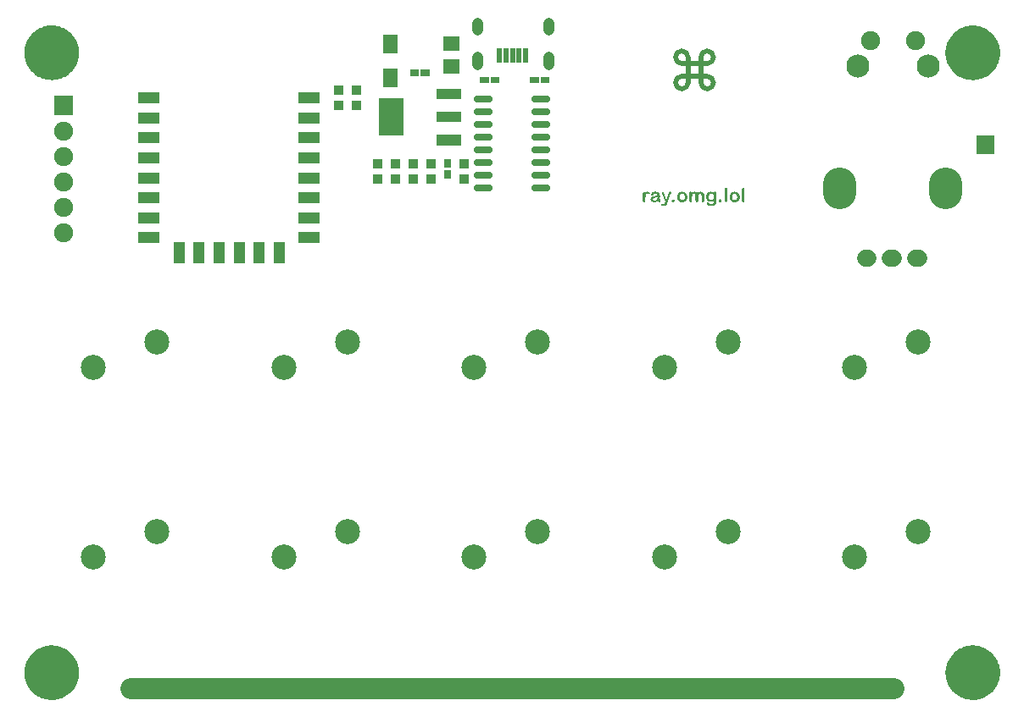
<source format=gts>
G04 Layer: TopSolderMaskLayer*
G04 EasyEDA v6.5.1, 2022-03-30 12:51:21*
G04 1b3168c556004a9db489dd156287313a,d03eed67808b488db07f83a96349b93e,10*
G04 Gerber Generator version 0.2*
G04 Scale: 100 percent, Rotated: No, Reflected: No *
G04 Dimensions in inches *
G04 leading zeros omitted , absolute positions ,3 integer and 6 decimal *
%FSLAX36Y36*%
%MOIN*%

%ADD11C,0.0200*%
%ADD44C,0.0827*%
%ADD45C,0.0434*%
%ADD46C,0.0670*%
%ADD47C,0.1300*%
%ADD48C,0.0260*%
%ADD51C,0.0748*%
%ADD57C,0.0985*%
%ADD63C,0.0906*%
%ADD64C,0.0749*%

%LPD*%
G36*
X2808920Y-689440D02*
G01*
X2807840Y-689539D01*
X2806860Y-689840D01*
X2806000Y-690320D01*
X2805280Y-691000D01*
X2804680Y-691860D01*
X2804260Y-692920D01*
X2804000Y-694160D01*
X2803920Y-695580D01*
X2803920Y-739419D01*
X2804000Y-740819D01*
X2804280Y-742039D01*
X2804700Y-743100D01*
X2805320Y-743980D01*
X2806060Y-744659D01*
X2806900Y-745160D01*
X2807860Y-745460D01*
X2808920Y-745560D01*
X2810000Y-745460D01*
X2810980Y-745180D01*
X2811840Y-744700D01*
X2812600Y-744020D01*
X2813220Y-743160D01*
X2813680Y-742099D01*
X2813940Y-740860D01*
X2814020Y-739419D01*
X2814020Y-695580D01*
X2813940Y-694140D01*
X2813680Y-692900D01*
X2813240Y-691840D01*
X2812620Y-690980D01*
X2811860Y-690300D01*
X2811000Y-689820D01*
X2810020Y-689539D01*
G37*
G36*
X2877040Y-689440D02*
G01*
X2875940Y-689539D01*
X2874980Y-689840D01*
X2874120Y-690320D01*
X2873380Y-691000D01*
X2872799Y-691860D01*
X2872380Y-692920D01*
X2872120Y-694160D01*
X2872040Y-695580D01*
X2872040Y-739419D01*
X2872120Y-740819D01*
X2872380Y-742039D01*
X2872820Y-743100D01*
X2873420Y-743980D01*
X2874160Y-744659D01*
X2875020Y-745160D01*
X2875980Y-745460D01*
X2877040Y-745560D01*
X2878100Y-745460D01*
X2879080Y-745180D01*
X2879940Y-744700D01*
X2880720Y-744020D01*
X2881340Y-743160D01*
X2881780Y-742099D01*
X2882040Y-740860D01*
X2882140Y-739419D01*
X2882140Y-695580D01*
X2882060Y-694140D01*
X2881780Y-692900D01*
X2881340Y-691840D01*
X2880740Y-690980D01*
X2879980Y-690300D01*
X2879100Y-689820D01*
X2878120Y-689539D01*
G37*
G36*
X2531780Y-704400D02*
G01*
X2528920Y-704500D01*
X2526300Y-704800D01*
X2523940Y-705320D01*
X2521820Y-706020D01*
X2519960Y-706900D01*
X2518340Y-707880D01*
X2517000Y-708960D01*
X2515940Y-710180D01*
X2515100Y-711440D01*
X2514520Y-712720D01*
X2514160Y-714040D01*
X2514040Y-715360D01*
X2514120Y-716160D01*
X2514360Y-716900D01*
X2514740Y-717560D01*
X2515280Y-718160D01*
X2515940Y-718620D01*
X2516640Y-718960D01*
X2517400Y-719180D01*
X2518220Y-719240D01*
X2519780Y-719080D01*
X2520320Y-718860D01*
X2520700Y-718560D01*
X2523380Y-714720D01*
X2524180Y-713840D01*
X2525040Y-713100D01*
X2525980Y-712500D01*
X2527080Y-712039D01*
X2528400Y-711700D01*
X2529980Y-711500D01*
X2531780Y-711440D01*
X2533820Y-711540D01*
X2535500Y-711900D01*
X2536780Y-712480D01*
X2537680Y-713300D01*
X2538320Y-714360D01*
X2538800Y-715699D01*
X2539120Y-717300D01*
X2539300Y-719160D01*
X2533380Y-720740D01*
X2522960Y-722980D01*
X2519900Y-723780D01*
X2517980Y-724640D01*
X2516300Y-725740D01*
X2514860Y-727099D01*
X2513700Y-728640D01*
X2512880Y-730320D01*
X2512400Y-732159D01*
X2512299Y-733420D01*
X2522380Y-733420D01*
X2522460Y-732380D01*
X2522740Y-731440D01*
X2523200Y-730639D01*
X2523860Y-729960D01*
X2525380Y-728920D01*
X2526160Y-728560D01*
X2527940Y-728060D01*
X2534820Y-726520D01*
X2538060Y-725660D01*
X2539300Y-725240D01*
X2539200Y-729120D01*
X2538960Y-731200D01*
X2538520Y-732900D01*
X2537920Y-734240D01*
X2537240Y-735220D01*
X2536400Y-736120D01*
X2535380Y-736919D01*
X2534200Y-737620D01*
X2532900Y-738199D01*
X2531560Y-738600D01*
X2530140Y-738860D01*
X2528660Y-738940D01*
X2527320Y-738840D01*
X2526120Y-738540D01*
X2525060Y-738040D01*
X2524120Y-737320D01*
X2523360Y-736480D01*
X2522820Y-735540D01*
X2522480Y-734520D01*
X2522380Y-733420D01*
X2512299Y-733420D01*
X2512240Y-734160D01*
X2512340Y-735680D01*
X2512620Y-737120D01*
X2513120Y-738520D01*
X2513820Y-739860D01*
X2514700Y-741100D01*
X2515760Y-742220D01*
X2516980Y-743199D01*
X2518360Y-744020D01*
X2519880Y-744700D01*
X2521540Y-745180D01*
X2523300Y-745460D01*
X2525180Y-745560D01*
X2527260Y-745480D01*
X2529240Y-745200D01*
X2531100Y-744760D01*
X2532880Y-744140D01*
X2534600Y-743340D01*
X2536360Y-742360D01*
X2538140Y-741200D01*
X2539960Y-739860D01*
X2541620Y-742320D01*
X2543180Y-744100D01*
X2543940Y-744740D01*
X2544700Y-745200D01*
X2545480Y-745480D01*
X2546260Y-745560D01*
X2547160Y-745480D01*
X2548000Y-745240D01*
X2548820Y-744840D01*
X2549560Y-744280D01*
X2550200Y-743640D01*
X2550660Y-742940D01*
X2550940Y-742220D01*
X2551020Y-741460D01*
X2550800Y-740020D01*
X2550080Y-737480D01*
X2549380Y-734440D01*
X2549200Y-732980D01*
X2549220Y-719980D01*
X2549120Y-717300D01*
X2548820Y-714920D01*
X2548320Y-712800D01*
X2547640Y-710960D01*
X2546720Y-709360D01*
X2545500Y-708000D01*
X2544020Y-706880D01*
X2542260Y-705980D01*
X2540180Y-705280D01*
X2537720Y-704800D01*
X2534940Y-704500D01*
G37*
G36*
X2487060Y-704479D02*
G01*
X2484900Y-704900D01*
X2483360Y-706180D01*
X2482440Y-708300D01*
X2482140Y-711280D01*
X2482140Y-739419D01*
X2482220Y-740840D01*
X2482480Y-742080D01*
X2482920Y-743139D01*
X2483540Y-744000D01*
X2484300Y-744700D01*
X2485140Y-745180D01*
X2486100Y-745460D01*
X2487140Y-745560D01*
X2488200Y-745460D01*
X2489160Y-745180D01*
X2490020Y-744700D01*
X2490800Y-744020D01*
X2491440Y-743160D01*
X2491880Y-742099D01*
X2492160Y-740860D01*
X2492240Y-739419D01*
X2492260Y-728780D01*
X2492420Y-724920D01*
X2492720Y-721740D01*
X2493260Y-719000D01*
X2494040Y-716720D01*
X2494540Y-715780D01*
X2495140Y-715000D01*
X2495800Y-714340D01*
X2496560Y-713820D01*
X2497400Y-713460D01*
X2498360Y-713240D01*
X2500280Y-713220D01*
X2502160Y-713560D01*
X2505500Y-714500D01*
X2505860Y-714539D01*
X2506600Y-714460D01*
X2507300Y-714240D01*
X2507980Y-713860D01*
X2508620Y-713340D01*
X2509180Y-712700D01*
X2509580Y-711979D01*
X2509820Y-711160D01*
X2509900Y-710280D01*
X2509720Y-709040D01*
X2509160Y-707920D01*
X2508220Y-706919D01*
X2506900Y-706060D01*
X2505400Y-705360D01*
X2503860Y-704880D01*
X2502300Y-704580D01*
X2500720Y-704479D01*
X2499200Y-704580D01*
X2497860Y-704880D01*
X2496660Y-705360D01*
X2495640Y-706060D01*
X2494680Y-706960D01*
X2493740Y-708040D01*
X2492820Y-709300D01*
X2491920Y-710759D01*
X2491800Y-709300D01*
X2491560Y-708040D01*
X2491180Y-706960D01*
X2490680Y-706060D01*
X2490040Y-705360D01*
X2489220Y-704880D01*
X2488240Y-704580D01*
G37*
G36*
X2560940Y-704479D02*
G01*
X2559720Y-704640D01*
X2559100Y-704840D01*
X2557960Y-705500D01*
X2557060Y-706380D01*
X2556400Y-707480D01*
X2556060Y-708680D01*
X2556020Y-709320D01*
X2556300Y-710920D01*
X2557160Y-713240D01*
X2569600Y-744560D01*
X2568180Y-747980D01*
X2567260Y-749860D01*
X2566440Y-751180D01*
X2565539Y-752060D01*
X2565059Y-752380D01*
X2563880Y-752760D01*
X2562320Y-752900D01*
X2560640Y-752680D01*
X2559860Y-752500D01*
X2559060Y-752440D01*
X2558080Y-752500D01*
X2557240Y-752680D01*
X2556520Y-752980D01*
X2555920Y-753400D01*
X2555460Y-753920D01*
X2555140Y-754539D01*
X2554940Y-755260D01*
X2554880Y-756080D01*
X2555020Y-757260D01*
X2555440Y-758240D01*
X2556120Y-759020D01*
X2557100Y-759599D01*
X2558340Y-760020D01*
X2559880Y-760320D01*
X2561680Y-760500D01*
X2563759Y-760560D01*
X2565920Y-760480D01*
X2567840Y-760220D01*
X2569540Y-759780D01*
X2571000Y-759160D01*
X2572280Y-758400D01*
X2573420Y-757480D01*
X2574420Y-756420D01*
X2575299Y-755180D01*
X2576120Y-753780D01*
X2577799Y-750200D01*
X2591820Y-713540D01*
X2592799Y-710300D01*
X2593120Y-708920D01*
X2592980Y-707800D01*
X2592540Y-706720D01*
X2591840Y-705800D01*
X2590920Y-705080D01*
X2589840Y-704620D01*
X2588720Y-704479D01*
X2587960Y-704500D01*
X2586720Y-704780D01*
X2586240Y-705020D01*
X2585820Y-705360D01*
X2585000Y-706440D01*
X2584200Y-708040D01*
X2583340Y-710240D01*
X2574760Y-734720D01*
X2565760Y-708620D01*
X2564780Y-706620D01*
X2564240Y-705860D01*
X2563620Y-705260D01*
X2562860Y-704820D01*
X2561980Y-704560D01*
G37*
G36*
X2636940Y-704479D02*
G01*
X2634740Y-704560D01*
X2632620Y-704840D01*
X2630600Y-705300D01*
X2628680Y-705939D01*
X2626880Y-706740D01*
X2625220Y-707700D01*
X2623700Y-708820D01*
X2622320Y-710100D01*
X2621080Y-711520D01*
X2620000Y-713080D01*
X2619060Y-714780D01*
X2618279Y-716620D01*
X2617660Y-718580D01*
X2617220Y-720620D01*
X2616960Y-722780D01*
X2616880Y-725020D01*
X2627020Y-725020D01*
X2627100Y-723080D01*
X2627320Y-721280D01*
X2627700Y-719580D01*
X2628240Y-718020D01*
X2628920Y-716620D01*
X2629720Y-715380D01*
X2630659Y-714340D01*
X2631720Y-713480D01*
X2632900Y-712820D01*
X2634160Y-712340D01*
X2635500Y-712039D01*
X2636940Y-711960D01*
X2639120Y-712159D01*
X2641060Y-712820D01*
X2642780Y-713880D01*
X2644260Y-715400D01*
X2645440Y-717280D01*
X2646300Y-719520D01*
X2646800Y-722099D01*
X2646980Y-725020D01*
X2646800Y-727900D01*
X2646300Y-730460D01*
X2645440Y-732700D01*
X2644260Y-734580D01*
X2642780Y-736100D01*
X2641060Y-737180D01*
X2639120Y-737840D01*
X2636940Y-738040D01*
X2635480Y-737960D01*
X2634100Y-737660D01*
X2632840Y-737159D01*
X2631660Y-736480D01*
X2630600Y-735600D01*
X2629680Y-734560D01*
X2628880Y-733340D01*
X2628220Y-731940D01*
X2627700Y-730400D01*
X2627320Y-728720D01*
X2627100Y-726940D01*
X2627020Y-725020D01*
X2616880Y-725020D01*
X2616960Y-727240D01*
X2617220Y-729380D01*
X2617660Y-731400D01*
X2618260Y-733319D01*
X2619040Y-735140D01*
X2619980Y-736840D01*
X2621080Y-738400D01*
X2622340Y-739840D01*
X2623740Y-741140D01*
X2625260Y-742280D01*
X2626920Y-743259D01*
X2628680Y-744080D01*
X2630580Y-744740D01*
X2632580Y-745200D01*
X2634700Y-745480D01*
X2636940Y-745560D01*
X2639200Y-745480D01*
X2641340Y-745200D01*
X2643360Y-744740D01*
X2645280Y-744100D01*
X2647060Y-743300D01*
X2648720Y-742320D01*
X2650240Y-741200D01*
X2651640Y-739900D01*
X2652900Y-738460D01*
X2653980Y-736900D01*
X2654920Y-735180D01*
X2655700Y-733340D01*
X2656320Y-731400D01*
X2656760Y-729360D01*
X2657020Y-727240D01*
X2657120Y-725020D01*
X2657040Y-722800D01*
X2656760Y-720660D01*
X2656340Y-718620D01*
X2655720Y-716680D01*
X2654960Y-714860D01*
X2654020Y-713180D01*
X2652919Y-711600D01*
X2651680Y-710180D01*
X2650280Y-708880D01*
X2648740Y-707740D01*
X2647080Y-706780D01*
X2645280Y-705960D01*
X2643340Y-705300D01*
X2641320Y-704840D01*
X2639180Y-704560D01*
G37*
G36*
X2670140Y-704479D02*
G01*
X2669120Y-704560D01*
X2668200Y-704840D01*
X2667400Y-705300D01*
X2666680Y-705960D01*
X2666100Y-706780D01*
X2665700Y-707780D01*
X2665460Y-708940D01*
X2665360Y-710280D01*
X2665360Y-739200D01*
X2665460Y-740680D01*
X2665740Y-741960D01*
X2666200Y-743060D01*
X2666840Y-743960D01*
X2667620Y-744659D01*
X2668500Y-745160D01*
X2669500Y-745460D01*
X2670580Y-745560D01*
X2671700Y-745460D01*
X2672700Y-745160D01*
X2673580Y-744659D01*
X2674340Y-743960D01*
X2674960Y-743060D01*
X2675419Y-741960D01*
X2675680Y-740680D01*
X2675779Y-739200D01*
X2675779Y-725540D01*
X2675860Y-722540D01*
X2676160Y-719900D01*
X2676660Y-717660D01*
X2677340Y-715759D01*
X2678340Y-714280D01*
X2679760Y-713199D01*
X2681600Y-712560D01*
X2683880Y-712360D01*
X2685040Y-712440D01*
X2686019Y-712700D01*
X2686840Y-713120D01*
X2687500Y-713700D01*
X2688020Y-714440D01*
X2688440Y-715240D01*
X2688720Y-716160D01*
X2688920Y-717180D01*
X2689100Y-719700D01*
X2689180Y-723100D01*
X2689180Y-739200D01*
X2689260Y-740680D01*
X2689520Y-741979D01*
X2689980Y-743080D01*
X2690600Y-743980D01*
X2691360Y-744659D01*
X2692240Y-745160D01*
X2693220Y-745460D01*
X2694320Y-745560D01*
X2695440Y-745460D01*
X2696460Y-745160D01*
X2697360Y-744659D01*
X2698140Y-743980D01*
X2698759Y-743080D01*
X2699220Y-741979D01*
X2699480Y-740680D01*
X2699580Y-739200D01*
X2699640Y-722760D01*
X2699860Y-720260D01*
X2700200Y-718240D01*
X2700680Y-716720D01*
X2701240Y-715780D01*
X2701880Y-714940D01*
X2702640Y-714180D01*
X2703480Y-713540D01*
X2704400Y-713020D01*
X2705320Y-712660D01*
X2706280Y-712440D01*
X2707280Y-712360D01*
X2708440Y-712440D01*
X2709440Y-712700D01*
X2710280Y-713100D01*
X2710980Y-713700D01*
X2711520Y-714400D01*
X2711960Y-715180D01*
X2712280Y-716040D01*
X2712600Y-718040D01*
X2712740Y-720660D01*
X2712760Y-739200D01*
X2712840Y-740680D01*
X2713120Y-741960D01*
X2713580Y-743060D01*
X2714220Y-743960D01*
X2715000Y-744659D01*
X2715880Y-745160D01*
X2716880Y-745460D01*
X2717980Y-745560D01*
X2719100Y-745460D01*
X2720120Y-745160D01*
X2721000Y-744659D01*
X2721780Y-743980D01*
X2722420Y-743080D01*
X2722860Y-741979D01*
X2723140Y-740680D01*
X2723240Y-739200D01*
X2723240Y-719460D01*
X2723140Y-716720D01*
X2722900Y-714360D01*
X2722500Y-712400D01*
X2721940Y-710840D01*
X2721100Y-709400D01*
X2720080Y-708160D01*
X2718860Y-707080D01*
X2717460Y-706180D01*
X2715880Y-705460D01*
X2714180Y-704960D01*
X2712320Y-704640D01*
X2710320Y-704539D01*
X2708580Y-704640D01*
X2706920Y-704920D01*
X2705340Y-705380D01*
X2703840Y-706040D01*
X2702400Y-706900D01*
X2701000Y-707940D01*
X2699660Y-709200D01*
X2698360Y-710660D01*
X2697400Y-709220D01*
X2696340Y-707980D01*
X2695140Y-706919D01*
X2693840Y-706060D01*
X2692400Y-705400D01*
X2690820Y-704920D01*
X2689120Y-704640D01*
X2687280Y-704539D01*
X2685500Y-704640D01*
X2683780Y-704920D01*
X2682160Y-705380D01*
X2680620Y-706020D01*
X2679140Y-706880D01*
X2677720Y-707920D01*
X2676340Y-709180D01*
X2675000Y-710660D01*
X2674900Y-708540D01*
X2674640Y-707520D01*
X2674220Y-706620D01*
X2673600Y-705860D01*
X2672860Y-705260D01*
X2672040Y-704820D01*
X2671139Y-704560D01*
G37*
G36*
X2766240Y-704479D02*
G01*
X2765280Y-704560D01*
X2764400Y-704840D01*
X2763600Y-705280D01*
X2762919Y-705920D01*
X2762340Y-706720D01*
X2761940Y-707660D01*
X2761700Y-708740D01*
X2761620Y-711360D01*
X2760240Y-709720D01*
X2758800Y-708300D01*
X2757320Y-707140D01*
X2755760Y-706200D01*
X2754120Y-705480D01*
X2752340Y-704960D01*
X2750400Y-704640D01*
X2748320Y-704539D01*
X2746560Y-704620D01*
X2744880Y-704860D01*
X2743279Y-705260D01*
X2741740Y-705819D01*
X2740280Y-706540D01*
X2738920Y-707420D01*
X2737640Y-708439D01*
X2736440Y-709620D01*
X2735360Y-710939D01*
X2734420Y-712420D01*
X2733600Y-714040D01*
X2732900Y-715800D01*
X2732360Y-717680D01*
X2731980Y-719680D01*
X2731740Y-721800D01*
X2731691Y-724680D01*
X2741820Y-724680D01*
X2741980Y-721820D01*
X2742460Y-719300D01*
X2743279Y-717140D01*
X2744420Y-715320D01*
X2745840Y-713880D01*
X2747460Y-712840D01*
X2749300Y-712240D01*
X2751360Y-712020D01*
X2753480Y-712240D01*
X2755380Y-712880D01*
X2757060Y-713960D01*
X2758519Y-715460D01*
X2759720Y-717360D01*
X2760560Y-719599D01*
X2761080Y-722180D01*
X2761240Y-725100D01*
X2761160Y-726960D01*
X2760899Y-728680D01*
X2760460Y-730260D01*
X2759840Y-731700D01*
X2759080Y-732980D01*
X2758220Y-734080D01*
X2757260Y-735020D01*
X2756200Y-735780D01*
X2755059Y-736360D01*
X2753880Y-736780D01*
X2752679Y-737039D01*
X2751440Y-737120D01*
X2749400Y-736919D01*
X2747580Y-736340D01*
X2745940Y-735360D01*
X2744500Y-733980D01*
X2743320Y-732220D01*
X2742480Y-730080D01*
X2741980Y-727580D01*
X2741820Y-724680D01*
X2731691Y-724680D01*
X2731800Y-726979D01*
X2732180Y-729760D01*
X2732820Y-732360D01*
X2733700Y-734800D01*
X2734840Y-737000D01*
X2736180Y-738940D01*
X2737740Y-740620D01*
X2739540Y-742039D01*
X2741520Y-743180D01*
X2743639Y-744000D01*
X2745940Y-744479D01*
X2748399Y-744640D01*
X2750440Y-744539D01*
X2752320Y-744220D01*
X2754080Y-743680D01*
X2755680Y-742940D01*
X2757160Y-741979D01*
X2758540Y-740840D01*
X2759860Y-739500D01*
X2761060Y-737980D01*
X2760840Y-745180D01*
X2760520Y-747340D01*
X2760220Y-748379D01*
X2759820Y-749380D01*
X2759300Y-750300D01*
X2758620Y-751120D01*
X2757780Y-751840D01*
X2756780Y-752440D01*
X2755600Y-752900D01*
X2754180Y-753259D01*
X2752540Y-753460D01*
X2749760Y-753500D01*
X2748060Y-753319D01*
X2746580Y-752980D01*
X2745299Y-752440D01*
X2744240Y-751720D01*
X2743279Y-750840D01*
X2741139Y-748340D01*
X2740280Y-747480D01*
X2739340Y-746860D01*
X2738340Y-746500D01*
X2737260Y-746380D01*
X2736400Y-746460D01*
X2735620Y-746680D01*
X2734880Y-747039D01*
X2734220Y-747540D01*
X2733680Y-748180D01*
X2733279Y-748880D01*
X2733039Y-749680D01*
X2732960Y-750560D01*
X2733100Y-751780D01*
X2733519Y-752980D01*
X2734220Y-754160D01*
X2735179Y-755320D01*
X2736420Y-756420D01*
X2737880Y-757420D01*
X2739580Y-758319D01*
X2741520Y-759100D01*
X2743639Y-759740D01*
X2745899Y-760200D01*
X2748300Y-760460D01*
X2750840Y-760560D01*
X2753580Y-760480D01*
X2756080Y-760280D01*
X2758340Y-759920D01*
X2760380Y-759400D01*
X2762200Y-758760D01*
X2763840Y-757960D01*
X2765299Y-757000D01*
X2766580Y-755900D01*
X2767679Y-754640D01*
X2768620Y-753199D01*
X2769400Y-751640D01*
X2770020Y-749900D01*
X2770480Y-748000D01*
X2770820Y-745920D01*
X2771019Y-743660D01*
X2771100Y-741240D01*
X2771100Y-711880D01*
X2771040Y-710180D01*
X2770860Y-708700D01*
X2770560Y-707440D01*
X2770140Y-706380D01*
X2769520Y-705540D01*
X2768680Y-704940D01*
X2767580Y-704599D01*
G37*
G36*
X2843020Y-704479D02*
G01*
X2840800Y-704560D01*
X2838700Y-704840D01*
X2836680Y-705300D01*
X2834760Y-705939D01*
X2832960Y-706740D01*
X2831300Y-707700D01*
X2829780Y-708820D01*
X2828380Y-710100D01*
X2827160Y-711520D01*
X2826060Y-713080D01*
X2825140Y-714780D01*
X2824360Y-716620D01*
X2823740Y-718580D01*
X2823300Y-720620D01*
X2823039Y-722780D01*
X2822940Y-725020D01*
X2833100Y-725020D01*
X2833159Y-723080D01*
X2833399Y-721280D01*
X2833780Y-719580D01*
X2834320Y-718020D01*
X2834980Y-716620D01*
X2835800Y-715380D01*
X2836720Y-714340D01*
X2837799Y-713480D01*
X2838960Y-712820D01*
X2840220Y-712340D01*
X2841580Y-712039D01*
X2843020Y-711960D01*
X2845200Y-712159D01*
X2847140Y-712820D01*
X2848840Y-713880D01*
X2850320Y-715400D01*
X2851520Y-717280D01*
X2852360Y-719520D01*
X2852880Y-722099D01*
X2853039Y-725020D01*
X2852880Y-727900D01*
X2852360Y-730460D01*
X2851520Y-732700D01*
X2850320Y-734580D01*
X2848840Y-736100D01*
X2847140Y-737180D01*
X2845200Y-737840D01*
X2843020Y-738040D01*
X2841540Y-737960D01*
X2840179Y-737660D01*
X2838900Y-737159D01*
X2837740Y-736480D01*
X2836680Y-735600D01*
X2835760Y-734560D01*
X2834960Y-733340D01*
X2834300Y-731940D01*
X2833759Y-730400D01*
X2833399Y-728720D01*
X2833159Y-726940D01*
X2833100Y-725020D01*
X2822940Y-725020D01*
X2823039Y-727240D01*
X2823300Y-729380D01*
X2823720Y-731400D01*
X2824340Y-733319D01*
X2825120Y-735140D01*
X2826040Y-736840D01*
X2827140Y-738400D01*
X2828399Y-739840D01*
X2829820Y-741140D01*
X2831340Y-742280D01*
X2832980Y-743259D01*
X2834760Y-744080D01*
X2836640Y-744740D01*
X2838660Y-745200D01*
X2840779Y-745480D01*
X2843020Y-745560D01*
X2845260Y-745480D01*
X2847400Y-745200D01*
X2849440Y-744740D01*
X2851340Y-744100D01*
X2853120Y-743300D01*
X2854780Y-742320D01*
X2856320Y-741200D01*
X2857700Y-739900D01*
X2858960Y-738460D01*
X2860059Y-736900D01*
X2861000Y-735180D01*
X2861780Y-733340D01*
X2862400Y-731400D01*
X2862840Y-729360D01*
X2863100Y-727240D01*
X2863180Y-725020D01*
X2863100Y-722800D01*
X2862840Y-720660D01*
X2862400Y-718620D01*
X2861800Y-716680D01*
X2861019Y-714860D01*
X2860100Y-713180D01*
X2859000Y-711600D01*
X2857740Y-710180D01*
X2856340Y-708880D01*
X2854820Y-707740D01*
X2853140Y-706780D01*
X2851340Y-705960D01*
X2849420Y-705300D01*
X2847380Y-704840D01*
X2845260Y-704560D01*
G37*
G36*
X2601259Y-734419D02*
G01*
X2600140Y-734520D01*
X2599100Y-734820D01*
X2598180Y-735340D01*
X2597340Y-736060D01*
X2596640Y-736900D01*
X2596139Y-737840D01*
X2595840Y-738840D01*
X2595740Y-739940D01*
X2595840Y-741200D01*
X2596160Y-742300D01*
X2596680Y-743259D01*
X2597400Y-744080D01*
X2598279Y-744740D01*
X2599220Y-745200D01*
X2600260Y-745480D01*
X2601360Y-745560D01*
X2602440Y-745480D01*
X2603440Y-745200D01*
X2604380Y-744720D01*
X2605240Y-744060D01*
X2605960Y-743240D01*
X2606480Y-742280D01*
X2606780Y-741180D01*
X2606880Y-739940D01*
X2606780Y-738840D01*
X2606480Y-737820D01*
X2605960Y-736880D01*
X2605240Y-736040D01*
X2604380Y-735320D01*
X2603420Y-734820D01*
X2602380Y-734520D01*
G37*
G36*
X2785899Y-734419D02*
G01*
X2784780Y-734520D01*
X2783759Y-734820D01*
X2782820Y-735340D01*
X2781980Y-736060D01*
X2781280Y-736900D01*
X2780779Y-737840D01*
X2780480Y-738840D01*
X2780380Y-739940D01*
X2780480Y-741200D01*
X2780800Y-742300D01*
X2781320Y-743259D01*
X2782040Y-744080D01*
X2782919Y-744740D01*
X2783880Y-745200D01*
X2784900Y-745480D01*
X2786000Y-745560D01*
X2787080Y-745480D01*
X2788080Y-745200D01*
X2789020Y-744720D01*
X2789880Y-744060D01*
X2790600Y-743240D01*
X2791120Y-742280D01*
X2791420Y-741180D01*
X2791520Y-739940D01*
X2791420Y-738840D01*
X2791120Y-737820D01*
X2790600Y-736880D01*
X2789880Y-736040D01*
X2789020Y-735320D01*
X2788060Y-734820D01*
X2787020Y-734520D01*
G37*
G36*
X3778060Y-50119D02*
G01*
X3772200Y-50359D01*
X3766360Y-50920D01*
X3760560Y-51800D01*
X3754820Y-53000D01*
X3749160Y-54500D01*
X3743580Y-56320D01*
X3738100Y-58440D01*
X3732760Y-60839D01*
X3727540Y-63540D01*
X3722500Y-66520D01*
X3717620Y-69760D01*
X3712919Y-73280D01*
X3708420Y-77040D01*
X3704140Y-81039D01*
X3700059Y-85280D01*
X3696240Y-89720D01*
X3692660Y-94380D01*
X3689360Y-99220D01*
X3686300Y-104220D01*
X3683540Y-109400D01*
X3681060Y-114700D01*
X3678860Y-120140D01*
X3676980Y-125700D01*
X3675400Y-131340D01*
X3674120Y-137080D01*
X3673159Y-142860D01*
X3672520Y-148700D01*
X3672200Y-154540D01*
X3672200Y-160420D01*
X3672520Y-166260D01*
X3673159Y-172100D01*
X3674120Y-177880D01*
X3675400Y-183619D01*
X3676980Y-189259D01*
X3678860Y-194820D01*
X3681060Y-200260D01*
X3683540Y-205560D01*
X3686300Y-210740D01*
X3689360Y-215740D01*
X3692660Y-220580D01*
X3696240Y-225240D01*
X3700059Y-229680D01*
X3704140Y-233920D01*
X3708420Y-237920D01*
X3712919Y-241680D01*
X3717620Y-245200D01*
X3722500Y-248440D01*
X3727540Y-251420D01*
X3732760Y-254120D01*
X3738100Y-256520D01*
X3743580Y-258640D01*
X3749160Y-260460D01*
X3754820Y-261960D01*
X3760560Y-263160D01*
X3766360Y-264040D01*
X3772200Y-264600D01*
X3778060Y-264840D01*
X3783920Y-264760D01*
X3789780Y-264360D01*
X3795600Y-263640D01*
X3801380Y-262600D01*
X3807080Y-261240D01*
X3809900Y-260460D01*
X3815480Y-258640D01*
X3820960Y-256520D01*
X3826300Y-254120D01*
X3831500Y-251420D01*
X3836560Y-248440D01*
X3841440Y-245200D01*
X3846139Y-241680D01*
X3850640Y-237920D01*
X3854920Y-233920D01*
X3858980Y-229680D01*
X3862799Y-225240D01*
X3866380Y-220580D01*
X3869700Y-215740D01*
X3872740Y-210740D01*
X3875520Y-205560D01*
X3878000Y-200260D01*
X3880179Y-194820D01*
X3882080Y-189259D01*
X3883660Y-183619D01*
X3884940Y-177880D01*
X3885460Y-175000D01*
X3886240Y-169180D01*
X3886720Y-163340D01*
X3886880Y-157480D01*
X3886720Y-151620D01*
X3886240Y-145780D01*
X3885460Y-139960D01*
X3884340Y-134200D01*
X3882900Y-128520D01*
X3881180Y-122920D01*
X3879140Y-117420D01*
X3876800Y-112040D01*
X3874160Y-106780D01*
X3871259Y-101700D01*
X3868080Y-96780D01*
X3864620Y-92020D01*
X3860920Y-87480D01*
X3856980Y-83140D01*
X3852799Y-79020D01*
X3848420Y-75140D01*
X3843820Y-71500D01*
X3841440Y-69760D01*
X3836560Y-66520D01*
X3831500Y-63540D01*
X3826300Y-60839D01*
X3820960Y-58440D01*
X3815480Y-56320D01*
X3809900Y-54500D01*
X3804240Y-53000D01*
X3798500Y-51800D01*
X3792700Y-50920D01*
X3786860Y-50359D01*
X3781000Y-50119D01*
G37*
G36*
X3778060Y-2491080D02*
G01*
X3772200Y-2491320D01*
X3766360Y-2491880D01*
X3760560Y-2492760D01*
X3757679Y-2493300D01*
X3751980Y-2494660D01*
X3749160Y-2495440D01*
X3743580Y-2497260D01*
X3738100Y-2499380D01*
X3732760Y-2501780D01*
X3727540Y-2504480D01*
X3722500Y-2507460D01*
X3717620Y-2510720D01*
X3712919Y-2514220D01*
X3708420Y-2517980D01*
X3704140Y-2522000D01*
X3700059Y-2526220D01*
X3696240Y-2530680D01*
X3692660Y-2535320D01*
X3689360Y-2540160D01*
X3686300Y-2545160D01*
X3683540Y-2550340D01*
X3681060Y-2555660D01*
X3678860Y-2561100D01*
X3676980Y-2566640D01*
X3676139Y-2569460D01*
X3674720Y-2575140D01*
X3673600Y-2580899D01*
X3672799Y-2586720D01*
X3672320Y-2592559D01*
X3672160Y-2598420D01*
X3672320Y-2604280D01*
X3672799Y-2610140D01*
X3673600Y-2615940D01*
X3674720Y-2621700D01*
X3676139Y-2627400D01*
X3677880Y-2633000D01*
X3679920Y-2638500D01*
X3682260Y-2643880D01*
X3684880Y-2649120D01*
X3687799Y-2654200D01*
X3690980Y-2659140D01*
X3694420Y-2663880D01*
X3698120Y-2668420D01*
X3702080Y-2672780D01*
X3706240Y-2676880D01*
X3710640Y-2680779D01*
X3715240Y-2684420D01*
X3720040Y-2687799D01*
X3725000Y-2690920D01*
X3730140Y-2693759D01*
X3735419Y-2696300D01*
X3738100Y-2697480D01*
X3743580Y-2699580D01*
X3746360Y-2700539D01*
X3751980Y-2702200D01*
X3757679Y-2703540D01*
X3763460Y-2704580D01*
X3769280Y-2705299D01*
X3775120Y-2705700D01*
X3781000Y-2705779D01*
X3786860Y-2705539D01*
X3792700Y-2704980D01*
X3798500Y-2704100D01*
X3804240Y-2702900D01*
X3807080Y-2702200D01*
X3812700Y-2700539D01*
X3818240Y-2698560D01*
X3820960Y-2697480D01*
X3826300Y-2695059D01*
X3828920Y-2693759D01*
X3834060Y-2690920D01*
X3839020Y-2687799D01*
X3843820Y-2684420D01*
X3848420Y-2680779D01*
X3852799Y-2676880D01*
X3856980Y-2672780D01*
X3860920Y-2668420D01*
X3864620Y-2663880D01*
X3868080Y-2659140D01*
X3871259Y-2654200D01*
X3874160Y-2649120D01*
X3876800Y-2643880D01*
X3879140Y-2638500D01*
X3881180Y-2633000D01*
X3882900Y-2627400D01*
X3884340Y-2621700D01*
X3885460Y-2615940D01*
X3886240Y-2610140D01*
X3886720Y-2604280D01*
X3886880Y-2598420D01*
X3886720Y-2592559D01*
X3886240Y-2586720D01*
X3885460Y-2580899D01*
X3884340Y-2575140D01*
X3882900Y-2569460D01*
X3881180Y-2563860D01*
X3879140Y-2558360D01*
X3876800Y-2552980D01*
X3874160Y-2547740D01*
X3871259Y-2542640D01*
X3868080Y-2537720D01*
X3864620Y-2532980D01*
X3860920Y-2528420D01*
X3856980Y-2524080D01*
X3852799Y-2519960D01*
X3848420Y-2516080D01*
X3843820Y-2512440D01*
X3839020Y-2509060D01*
X3834060Y-2505940D01*
X3828920Y-2503100D01*
X3823639Y-2500540D01*
X3818240Y-2498280D01*
X3812700Y-2496320D01*
X3809900Y-2495440D01*
X3804240Y-2493940D01*
X3801380Y-2493300D01*
X3795600Y-2492280D01*
X3789780Y-2491560D01*
X3783920Y-2491160D01*
G37*
G36*
X156020Y-2491080D02*
G01*
X150160Y-2491320D01*
X144320Y-2491880D01*
X138520Y-2492760D01*
X135640Y-2493300D01*
X129920Y-2494660D01*
X127100Y-2495440D01*
X121519Y-2497260D01*
X116060Y-2499380D01*
X110700Y-2501780D01*
X105500Y-2504480D01*
X100440Y-2507460D01*
X95559Y-2510720D01*
X90860Y-2514220D01*
X86380Y-2517980D01*
X82080Y-2522000D01*
X78020Y-2526220D01*
X74200Y-2530680D01*
X70620Y-2535320D01*
X67300Y-2540160D01*
X64260Y-2545160D01*
X61480Y-2550340D01*
X59000Y-2555660D01*
X56820Y-2561100D01*
X54920Y-2566640D01*
X53339Y-2572300D01*
X52080Y-2578020D01*
X51120Y-2583800D01*
X50480Y-2589640D01*
X50160Y-2595500D01*
X50160Y-2601360D01*
X50480Y-2607220D01*
X51120Y-2613039D01*
X52080Y-2618840D01*
X53339Y-2624560D01*
X54920Y-2630200D01*
X56820Y-2635760D01*
X59000Y-2641200D01*
X61480Y-2646520D01*
X64260Y-2651680D01*
X67300Y-2656700D01*
X70620Y-2661540D01*
X74200Y-2666180D01*
X78020Y-2670620D01*
X82080Y-2674860D01*
X86380Y-2678860D01*
X90860Y-2682620D01*
X95559Y-2686139D01*
X100440Y-2689380D01*
X105500Y-2692360D01*
X108080Y-2693759D01*
X113360Y-2696300D01*
X118780Y-2698560D01*
X124300Y-2700539D01*
X129920Y-2702200D01*
X135640Y-2703540D01*
X141400Y-2704580D01*
X147240Y-2705299D01*
X153080Y-2705700D01*
X158940Y-2705779D01*
X164800Y-2705539D01*
X170640Y-2704980D01*
X176439Y-2704100D01*
X182180Y-2702900D01*
X185040Y-2702200D01*
X190660Y-2700539D01*
X196180Y-2698560D01*
X201600Y-2696300D01*
X206880Y-2693759D01*
X212000Y-2690920D01*
X216980Y-2687799D01*
X221759Y-2684420D01*
X226360Y-2680779D01*
X230760Y-2676880D01*
X234940Y-2672780D01*
X238880Y-2668420D01*
X242580Y-2663880D01*
X246020Y-2659140D01*
X249220Y-2654200D01*
X252120Y-2649120D01*
X253480Y-2646520D01*
X255960Y-2641200D01*
X258140Y-2635760D01*
X260040Y-2630200D01*
X261620Y-2624560D01*
X262880Y-2618840D01*
X263840Y-2613039D01*
X264480Y-2607220D01*
X264800Y-2601360D01*
X264800Y-2595500D01*
X264480Y-2589640D01*
X263840Y-2583800D01*
X262880Y-2578020D01*
X261620Y-2572300D01*
X260040Y-2566640D01*
X258140Y-2561100D01*
X255960Y-2555660D01*
X253480Y-2550340D01*
X250700Y-2545160D01*
X247659Y-2540160D01*
X244340Y-2535320D01*
X240760Y-2530680D01*
X236940Y-2526220D01*
X232880Y-2522000D01*
X228580Y-2517980D01*
X224100Y-2514220D01*
X219400Y-2510720D01*
X214520Y-2507460D01*
X209460Y-2504480D01*
X204259Y-2501780D01*
X198900Y-2499380D01*
X193440Y-2497260D01*
X187860Y-2495440D01*
X182180Y-2493940D01*
X179320Y-2493300D01*
X173560Y-2492280D01*
X167719Y-2491560D01*
X161880Y-2491160D01*
G37*
G36*
X156020Y-50119D02*
G01*
X150160Y-50380D01*
X144320Y-50940D01*
X141400Y-51320D01*
X135640Y-52360D01*
X129920Y-53720D01*
X127100Y-54500D01*
X121519Y-56320D01*
X116060Y-58440D01*
X110700Y-60839D01*
X105500Y-63540D01*
X100440Y-66520D01*
X95559Y-69780D01*
X90860Y-73280D01*
X86380Y-77040D01*
X82080Y-81039D01*
X78020Y-85280D01*
X74200Y-89720D01*
X70620Y-94380D01*
X67300Y-99220D01*
X64260Y-104220D01*
X61480Y-109400D01*
X59000Y-114700D01*
X56820Y-120160D01*
X54920Y-125700D01*
X53339Y-131360D01*
X52080Y-137080D01*
X51120Y-142860D01*
X50480Y-148700D01*
X50160Y-154540D01*
X50160Y-160420D01*
X50480Y-166280D01*
X51120Y-172100D01*
X52080Y-177880D01*
X53339Y-183619D01*
X54920Y-189259D01*
X56820Y-194820D01*
X59000Y-200260D01*
X61480Y-205560D01*
X64260Y-210740D01*
X67300Y-215760D01*
X70620Y-220580D01*
X74200Y-225240D01*
X78020Y-229680D01*
X82080Y-233920D01*
X86380Y-237920D01*
X90860Y-241680D01*
X95559Y-245200D01*
X100440Y-248440D01*
X105500Y-251420D01*
X110700Y-254120D01*
X116060Y-256540D01*
X121519Y-258640D01*
X127100Y-260460D01*
X132780Y-261960D01*
X138520Y-263160D01*
X144320Y-264040D01*
X150160Y-264600D01*
X156020Y-264840D01*
X161880Y-264760D01*
X167719Y-264360D01*
X173560Y-263640D01*
X179320Y-262600D01*
X185040Y-261240D01*
X187860Y-260460D01*
X193440Y-258640D01*
X198900Y-256540D01*
X204259Y-254120D01*
X209460Y-251420D01*
X214520Y-248440D01*
X219400Y-245200D01*
X224100Y-241680D01*
X228580Y-237920D01*
X232880Y-233920D01*
X236940Y-229680D01*
X240760Y-225240D01*
X244340Y-220580D01*
X247659Y-215760D01*
X250700Y-210740D01*
X253480Y-205560D01*
X255960Y-200260D01*
X258140Y-194820D01*
X260040Y-189259D01*
X261620Y-183619D01*
X262880Y-177880D01*
X263840Y-172100D01*
X264480Y-166280D01*
X264800Y-160420D01*
X264800Y-154540D01*
X264480Y-148700D01*
X263840Y-142860D01*
X262880Y-137080D01*
X261620Y-131360D01*
X260040Y-125700D01*
X258140Y-120160D01*
X255960Y-114700D01*
X253480Y-109400D01*
X250700Y-104220D01*
X247659Y-99220D01*
X244340Y-94380D01*
X240760Y-89720D01*
X236940Y-85280D01*
X232880Y-81039D01*
X228580Y-77040D01*
X224100Y-73280D01*
X219400Y-69780D01*
X214520Y-66520D01*
X209460Y-63540D01*
X204259Y-60839D01*
X198900Y-58440D01*
X193440Y-56320D01*
X187860Y-54500D01*
X182180Y-53000D01*
X176439Y-51800D01*
X173560Y-51320D01*
X167719Y-50620D01*
X161880Y-50220D01*
G37*
D11*
X2710000Y-275000D02*
G01*
X2710000Y-237500D01*
X2710000Y-237500D02*
G01*
X2710000Y-175000D01*
X2635000Y-200000D02*
G01*
X2735000Y-200000D01*
X2635000Y-250000D02*
G01*
X2735000Y-250000D01*
X2660000Y-175000D02*
G01*
X2660000Y-275000D01*
D44*
X468503Y-2660000D02*
G01*
X3468504Y-2660000D01*
D45*
X1829250Y-201689D02*
G01*
X1829250Y-174131D01*
X2110749Y-201689D02*
G01*
X2110749Y-174131D01*
X2110749Y-65869D02*
G01*
X2110749Y-38310D01*
X1829250Y-65869D02*
G01*
X1829250Y-38310D01*
D46*
X3357264Y-965000D02*
G01*
X3369075Y-965000D01*
X3455694Y-965000D02*
G01*
X3467506Y-965000D01*
X3554115Y-965000D02*
G01*
X3565925Y-965000D01*
D47*
X3670259Y-673661D02*
G01*
X3670259Y-705158D01*
X3252929Y-673661D02*
G01*
X3252929Y-705158D01*
D48*
X1878326Y-340000D02*
G01*
X1831673Y-340000D01*
X1878326Y-390000D02*
G01*
X1831673Y-390000D01*
X1878326Y-440000D02*
G01*
X1831673Y-440000D01*
X1878326Y-490000D02*
G01*
X1831673Y-490000D01*
X1878326Y-540000D02*
G01*
X1831673Y-540000D01*
X1878326Y-590000D02*
G01*
X1831673Y-590000D01*
X1878326Y-640000D02*
G01*
X1831673Y-640000D01*
X1878326Y-690000D02*
G01*
X1831673Y-690000D01*
X2104507Y-340000D02*
G01*
X2057852Y-340000D01*
X2104507Y-390000D02*
G01*
X2057852Y-390000D01*
X2104507Y-440000D02*
G01*
X2057852Y-440000D01*
X2104507Y-490000D02*
G01*
X2057852Y-490000D01*
X2104507Y-540000D02*
G01*
X2057852Y-540000D01*
X2104507Y-590000D02*
G01*
X2057852Y-590000D01*
X2104507Y-640000D02*
G01*
X2057852Y-640000D01*
X2104507Y-690000D02*
G01*
X2057852Y-690000D01*
G36*
X3794499Y-555500D02*
G01*
X3794499Y-484499D01*
X3865500Y-484499D01*
X3865500Y-555500D01*
G37*
G36*
X2011300Y-197800D02*
G01*
X2011300Y-138699D01*
X2031099Y-138699D01*
X2031099Y-197800D01*
G37*
G36*
X1985699Y-197800D02*
G01*
X1985699Y-138699D01*
X2005500Y-138699D01*
X2005500Y-197800D01*
G37*
G36*
X1960100Y-197800D02*
G01*
X1960100Y-138699D01*
X1979899Y-138699D01*
X1979899Y-197800D01*
G37*
G36*
X1934499Y-197800D02*
G01*
X1934499Y-138699D01*
X1954300Y-138699D01*
X1954300Y-197800D01*
G37*
G36*
X1908900Y-197800D02*
G01*
X1908900Y-138699D01*
X1928699Y-138699D01*
X1928699Y-197800D01*
G37*
D51*
G01*
X205000Y-865000D03*
G01*
X205000Y-765000D03*
G01*
X205000Y-665000D03*
G01*
X205000Y-565000D03*
G01*
X205000Y-465000D03*
G36*
X167600Y-402399D02*
G01*
X167600Y-327600D01*
X242399Y-327600D01*
X242399Y-402399D01*
G37*
G36*
X1336000Y-323200D02*
G01*
X1336000Y-287500D01*
X1373999Y-287500D01*
X1373999Y-323200D01*
G37*
G36*
X1336000Y-382500D02*
G01*
X1336000Y-346799D01*
X1373999Y-346799D01*
X1373999Y-382500D01*
G37*
G36*
X1266000Y-382500D02*
G01*
X1266000Y-346799D01*
X1303999Y-346799D01*
X1303999Y-382500D01*
G37*
G36*
X1266000Y-323200D02*
G01*
X1266000Y-287500D01*
X1303999Y-287500D01*
X1303999Y-323200D01*
G37*
G36*
X1561000Y-613200D02*
G01*
X1561000Y-577500D01*
X1598999Y-577500D01*
X1598999Y-613200D01*
G37*
G36*
X1561000Y-672500D02*
G01*
X1561000Y-636799D01*
X1598999Y-636799D01*
X1598999Y-672500D01*
G37*
G36*
X1491000Y-613200D02*
G01*
X1491000Y-577500D01*
X1528999Y-577500D01*
X1528999Y-613200D01*
G37*
G36*
X1491000Y-672500D02*
G01*
X1491000Y-636799D01*
X1528999Y-636799D01*
X1528999Y-672500D01*
G37*
G36*
X1421000Y-613200D02*
G01*
X1421000Y-577500D01*
X1458999Y-577500D01*
X1458999Y-613200D01*
G37*
G36*
X1421000Y-672500D02*
G01*
X1421000Y-636799D01*
X1458999Y-636799D01*
X1458999Y-672500D01*
G37*
G36*
X1761000Y-613499D02*
G01*
X1761000Y-577800D01*
X1798999Y-577800D01*
X1798999Y-613499D01*
G37*
G36*
X1761000Y-672800D02*
G01*
X1761000Y-637100D01*
X1798999Y-637100D01*
X1798999Y-672800D01*
G37*
G36*
X1631000Y-672500D02*
G01*
X1631000Y-636799D01*
X1668999Y-636799D01*
X1668999Y-672500D01*
G37*
G36*
X1631000Y-613200D02*
G01*
X1631000Y-577500D01*
X1668999Y-577500D01*
X1668999Y-613200D01*
G37*
G36*
X1462500Y-291599D02*
G01*
X1462500Y-218400D01*
X1517500Y-218400D01*
X1517500Y-291599D01*
G37*
G36*
X1462500Y-158800D02*
G01*
X1462500Y-85599D01*
X1517500Y-85599D01*
X1517500Y-158800D01*
G37*
G36*
X1566000Y-249099D02*
G01*
X1566000Y-223800D01*
X1601099Y-223800D01*
X1601099Y-249099D01*
G37*
G36*
X1608900Y-249099D02*
G01*
X1608900Y-223800D01*
X1643999Y-223800D01*
X1643999Y-249099D01*
G37*
G36*
X1702399Y-611100D02*
G01*
X1702399Y-575999D01*
X1727600Y-575999D01*
X1727600Y-611100D01*
G37*
G36*
X1702399Y-654000D02*
G01*
X1702399Y-618899D01*
X1727600Y-618899D01*
X1727600Y-654000D01*
G37*
G36*
X1841000Y-277600D02*
G01*
X1841000Y-252399D01*
X1876099Y-252399D01*
X1876099Y-277600D01*
G37*
G36*
X1883900Y-277600D02*
G01*
X1883900Y-252399D01*
X1918999Y-252399D01*
X1918999Y-277600D01*
G37*
G36*
X2037399Y-277600D02*
G01*
X2037399Y-252399D01*
X2072600Y-252399D01*
X2072600Y-277600D01*
G37*
G36*
X2080399Y-277600D02*
G01*
X2080399Y-252399D01*
X2115500Y-252399D01*
X2115500Y-277600D01*
G37*
D57*
G01*
X322440Y-1395870D03*
G01*
X572440Y-1295870D03*
G01*
X1070469Y-1395870D03*
G01*
X1320469Y-1295870D03*
G01*
X1818500Y-1395870D03*
G01*
X2068500Y-1295870D03*
G01*
X2566530Y-1395870D03*
G01*
X2816530Y-1295870D03*
G01*
X3314560Y-1395870D03*
G01*
X3564560Y-1295870D03*
G01*
X322440Y-2143899D03*
G01*
X572440Y-2043899D03*
G01*
X1070469Y-2143899D03*
G01*
X1320469Y-2043899D03*
G01*
X1818500Y-2143899D03*
G01*
X2068500Y-2043899D03*
G01*
X2566530Y-2143899D03*
G01*
X2816530Y-2043899D03*
G01*
X3314560Y-2143899D03*
G01*
X3564560Y-2043899D03*
G36*
X1128599Y-356500D02*
G01*
X1128599Y-313200D01*
X1211400Y-313200D01*
X1211400Y-356500D01*
G37*
G36*
X1128599Y-435300D02*
G01*
X1128599Y-391900D01*
X1211400Y-391900D01*
X1211400Y-435300D01*
G37*
G36*
X1128599Y-514000D02*
G01*
X1128599Y-470700D01*
X1211400Y-470700D01*
X1211400Y-514000D01*
G37*
G36*
X1128599Y-592800D02*
G01*
X1128599Y-549400D01*
X1211300Y-549400D01*
X1211300Y-592800D01*
G37*
G36*
X1128599Y-671500D02*
G01*
X1128599Y-628099D01*
X1211400Y-628099D01*
X1211400Y-671500D01*
G37*
G36*
X1128599Y-750199D02*
G01*
X1128599Y-706900D01*
X1211400Y-706900D01*
X1211400Y-750199D01*
G37*
G36*
X1128599Y-829000D02*
G01*
X1128599Y-785599D01*
X1211300Y-785599D01*
X1211300Y-829000D01*
G37*
G36*
X1128500Y-907699D02*
G01*
X1128500Y-864400D01*
X1211300Y-864400D01*
X1211300Y-907699D01*
G37*
G36*
X1030000Y-986500D02*
G01*
X1030000Y-903800D01*
X1073400Y-903800D01*
X1073400Y-986500D01*
G37*
G36*
X951300Y-986500D02*
G01*
X951300Y-903699D01*
X994700Y-903699D01*
X994700Y-986500D01*
G37*
G36*
X872600Y-986500D02*
G01*
X872600Y-903699D01*
X916000Y-903699D01*
X916000Y-986500D01*
G37*
G36*
X793800Y-986500D02*
G01*
X793800Y-903699D01*
X837200Y-903699D01*
X837200Y-986500D01*
G37*
G36*
X715100Y-986399D02*
G01*
X715100Y-903699D01*
X758499Y-903699D01*
X758499Y-986399D01*
G37*
G36*
X636500Y-986500D02*
G01*
X636500Y-903800D01*
X679800Y-903800D01*
X679800Y-986500D01*
G37*
G36*
X498600Y-907699D02*
G01*
X498600Y-864400D01*
X581399Y-864400D01*
X581399Y-907699D01*
G37*
G36*
X498600Y-829000D02*
G01*
X498600Y-785599D01*
X581399Y-785599D01*
X581399Y-829000D01*
G37*
G36*
X498600Y-750199D02*
G01*
X498600Y-706900D01*
X581399Y-706900D01*
X581399Y-750199D01*
G37*
G36*
X498600Y-671500D02*
G01*
X498600Y-628099D01*
X581399Y-628099D01*
X581399Y-671500D01*
G37*
G36*
X498600Y-592800D02*
G01*
X498600Y-549400D01*
X581399Y-549400D01*
X581399Y-592800D01*
G37*
G36*
X498600Y-514000D02*
G01*
X498600Y-470700D01*
X581399Y-470700D01*
X581399Y-514000D01*
G37*
G36*
X498600Y-435300D02*
G01*
X498600Y-391900D01*
X581399Y-391900D01*
X581399Y-435300D01*
G37*
G36*
X498600Y-356500D02*
G01*
X498600Y-313200D01*
X581399Y-313200D01*
X581399Y-356500D01*
G37*
G36*
X1698500Y-238200D02*
G01*
X1698500Y-181700D01*
X1761499Y-181700D01*
X1761499Y-238200D01*
G37*
G36*
X1698500Y-148299D02*
G01*
X1698500Y-91700D01*
X1761499Y-91700D01*
X1761499Y-148299D01*
G37*
G36*
X1669899Y-521799D02*
G01*
X1669899Y-479299D01*
X1766099Y-479299D01*
X1766099Y-521799D01*
G37*
G36*
X1669899Y-431300D02*
G01*
X1669899Y-388699D01*
X1766099Y-388699D01*
X1766099Y-431300D01*
G37*
G36*
X1669899Y-340700D02*
G01*
X1669899Y-298200D01*
X1766099Y-298200D01*
X1766099Y-340700D01*
G37*
G36*
X1443900Y-482899D02*
G01*
X1443900Y-337100D01*
X1540100Y-337100D01*
X1540100Y-482899D01*
G37*
D63*
G01*
X3602799Y-209209D03*
G01*
X3327209Y-209209D03*
D64*
G01*
X3376430Y-110790D03*
G01*
X3553590Y-110790D03*
D11*
G75*
G01*
X2710000Y-175000D02*
G02*
X2735000Y-150000I25000J0D01*
G75*
G01*
X2635000Y-300000D02*
G02*
X2610000Y-275000I0J25000D01*
G75*
G01*
X2610000Y-275000D02*
G02*
X2635000Y-250000I25000J0D01*
G75*
G01*
X2760000Y-275000D02*
G02*
X2735000Y-300000I-25000J0D01*
G75*
G01*
X2735000Y-300000D02*
G02*
X2710000Y-275000I0J25000D01*
G75*
G01*
X2660000Y-275000D02*
G02*
X2635000Y-300000I-25000J0D01*
G75*
G01*
X2635000Y-150000D02*
G03*
X2610000Y-175000I0J-25000D01*
G75*
G01*
X2660000Y-175000D02*
G03*
X2635000Y-150000I-25000J0D01*
G75*
G01*
X2610000Y-175000D02*
G03*
X2635000Y-200000I25000J0D01*
G75*
G01*
X2735000Y-250000D02*
G02*
X2760000Y-275000I0J-25000D01*
G75*
G01*
X2735000Y-150000D02*
G02*
X2760000Y-175000I0J-25000D01*
G75*
G01*
X2760000Y-175000D02*
G02*
X2735000Y-200000I-25000J0D01*
M02*

</source>
